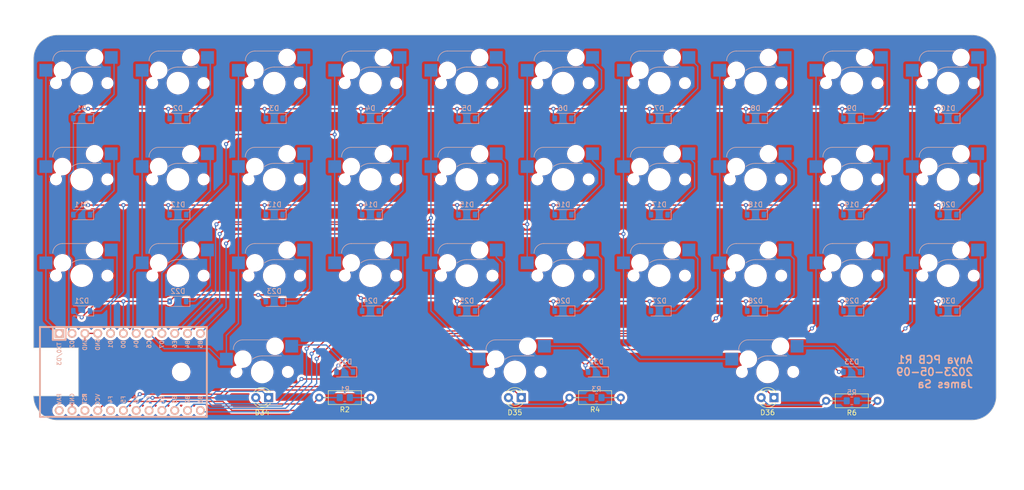
<source format=kicad_pcb>
(kicad_pcb (version 20221018) (generator pcbnew)
  (layers (0 "F.Cu" signal) (31 "B.Cu" signal) (34 "B.Paste" user) (35 "F.Paste" user) (36 "B.SilkS" user "B.Silkscreen") (37 "F.SilkS" user "F.Silkscreen") (38 "B.Mask" user) (39 "F.Mask" user) (44 "Edge.Cuts" user))
  (net 0 "")
  (net 1 "Net-(D1-K)")
  (net 2 "Row 1")
  (net 3 "Net-(D2-K)")
  (net 4 "Net-(D3-K)")
  (net 5 "Net-(D4-K)")
  (net 6 "Row 2")
  (net 7 "Net-(D5-K)")
  (net 8 "Net-(D6-K)")
  (net 9 "Col 1")
  (net 10 "Col 2")
  (net 11 "Col 3")
  (net 12 "Net-(D7-K)")
  (net 13 "Net-(D8-K)")
  (net 14 "Net-(D9-K)")
  (net 15 "Net-(D10-K)")
  (net 16 "Net-(D11-K)")
  (net 17 "Net-(D12-K)")
  (net 18 "Net-(D13-K)")
  (net 19 "Net-(D14-K)")
  (net 20 "Net-(D15-K)")
  (net 21 "Net-(D16-K)")
  (net 22 "Net-(D17-K)")
  (net 23 "Net-(D18-K)")
  (net 24 "Net-(D19-K)")
  (net 25 "Net-(D20-K)")
  (net 26 "Net-(D21-K)")
  (net 27 "Net-(D22-K)")
  (net 28 "Net-(D23-K)")
  (net 29 "Net-(D24-K)")
  (net 30 "Net-(D25-K)")
  (net 31 "Net-(D26-K)")
  (net 32 "Net-(D27-K)")
  (net 33 "Net-(D28-K)")
  (net 34 "Net-(D29-K)")
  (net 35 "Net-(D30-K)")
  (net 36 "Net-(D31-K)")
  (net 37 "Row 3")
  (net 38 "Net-(D32-K)")
  (net 39 "Net-(D33-K)")
  (net 40 "Net-(D34-A)")
  (net 41 "Row 4")
  (net 42 "VCC")
  (net 43 "Net-(D35-A)")
  (net 44 "Net-(D36-A)")
  (net 45 "GND")
  (net 47 "Left")
  (net 48 "Middle")
  (net 50 "Right")
  (net 51 "Col 4")
  (net 52 "Col 5")
  (net 53 "Col 6")
  (net 54 "Col 7")
  (net 55 "Col 8")
  (net 56 "Col 9")
  (net 57 "Col 10")
  (footprint "Keyboard_JSA:MX_Hotswap" (layer "F.Cu") (at 215.9 82.55)
    (fp_text reference "SW29" hide)
    (fp_text value "SW_Push" hide)
  )
  (footprint "LED_THT:LED_D3.0mm" (layer "F.Cu") (at 100.48875 106.68 180)
    (fp_text reference "D34")
    (fp_text value "LED")
  )
  (footprint "Keyboard_JSA:MX_Hotswap" (layer "F.Cu") (at 101.6 63.5)
    (fp_text reference "SW13" hide)
    (fp_text value "SW_Push" hide)
  )
  (footprint "Keyboard_JSA:MX_Hotswap" (layer "F.Cu") (at 177.8 82.55)
    (fp_text reference "SW27" hide)
    (fp_text value "SW_Push" hide)
  )
  (footprint "Keyboard_JSA:MX_Hotswap" (layer "F.Cu") (at 120.65 82.55)
    (fp_text reference "SW24" hide)
    (fp_text value "SW_Push" hide)
  )
  (footprint "Resistor_THT:R_Axial_DIN0207_L6.3mm_D2.5mm_P10.16mm_Horizontal" (layer "F.Cu") (at 120.65 106.68 180)
    (fp_text reference "R2")
    (fp_text value "R")
  )
  (footprint "Resistor_THT:R_Axial_DIN0207_L6.3mm_D2.5mm_P10.16mm_Horizontal" (layer "F.Cu") (at 170.18 106.68 180)
    (fp_text reference "R4")
    (fp_text value "R")
  )
  (footprint "Keyboard_JSA:MX_Hotswap" (layer "F.Cu") (at 196.85 44.45)
    (fp_text reference "SW8" hide)
    (fp_text value "SW_Push" hide)
  )
  (footprint "Keyboard_JSA:MX_Hotswap" (layer "F.Cu") (at 139.7 63.5)
    (fp_text reference "SW15" hide)
    (fp_text value "SW_Push" hide)
  )
  (footprint "Resistor_THT:R_Axial_DIN0207_L6.3mm_D2.5mm_P10.16mm_Horizontal" (layer "F.Cu") (at 220.98 107.315 180)
    (fp_text reference "R6")
    (fp_text value "R")
  )
  (footprint "Keyboard_JSA:MX_Hotswap" (layer "F.Cu") (at 63.5 44.45)
    (fp_text reference "SW1" hide)
    (fp_text value "SW_Push" hide)
  )
  (footprint "Keyboard_JSA:MX_Hotswap" (layer "F.Cu") (at 158.75 44.45)
    (fp_text reference "SW6" hide)
    (fp_text value "SW_Push" hide)
  )
  (footprint "Keyboard_JSA:MX_Hotswap" (layer "F.Cu") (at 82.55 44.45)
    (fp_text reference "SW2" hide)
    (fp_text value "SW_Push" hide)
  )
  (footprint "Keyboard_JSA:MX_Hotswap" (layer "F.Cu") (at 177.8 44.45)
    (fp_text reference "SW7" hide)
    (fp_text value "SW_Push" hide)
  )
  (footprint "Keyboard_JSA:MX_Hotswap" (layer "F.Cu") (at 158.75 82.55)
    (fp_text reference "SW26" hide)
    (fp_text value "SW_Push" hide)
  )
  (footprint "Keyboard_JSA:MX_Hotswap" (layer "F.Cu") (at 101.6 44.45)
    (fp_text reference "SW3" hide)
    (fp_text value "SW_Push" hide)
  )
  (footprint "Keyboard_JSA:MX_Hotswap" (layer "F.Cu") (at 63.5 82.55)
    (fp_text reference "SW21" hide)
    (fp_text value "SW_Push" hide)
  )
  (footprint "LED_THT:LED_D3.0mm" (layer "F.Cu") (at 150.495 106.68 180)
    (fp_text reference "D35")
    (fp_text value "LED")
  )
  (footprint "LED_THT:LED_D3.0mm" (layer "F.Cu") (at 200.50125 106.68 180)
    (fp_text reference "D36")
    (fp_text value "LED")
  )
  (footprint "Keyboard_JSA:MX_Hotswap" (layer "F.Cu") (at 82.55 63.5)
    (fp_text reference "SW12" hide)
    (fp_text value "SW_Push" hide)
  )
  (footprint "MountingHole:MountingHole_3.2mm_M3" (layer "F.Cu") (at 83.185 101.6)
    (fp_text reference "REF**" hide)
    (fp_text value "MountingHole_3.2mm_M3" hide)
  )
  (footprint "Keyboard_JSA:MX_Hotswap" (layer "F.Cu") (at 99.21875 101.6)
    (fp_text reference "SW31" hide)
    (fp_text value "SW_Push" hide)
  )
  (footprint "Keyboard_JSA:MX_Hotswap" (layer "F.Cu") (at 101.6 82.55)
    (fp_text reference "SW23" hide)
    (fp_text value "SW_Push" hide)
  )
  (footprint "Keyboard_JSA:MX_Hotswap" (layer "F.Cu") (at 234.95 44.45)
    (fp_text reference "SW10" hide)
    (fp_text value "SW_Push" hide)
  )
  (footprint "Keyboard_JSA:MX_Hotswap" (layer "F.Cu") (at 177.8 63.5)
    (fp_text reference "SW17" hide)
    (fp_text value "SW_Push" hide)
  )
  (footprint "Keyboard_JSA:MX_Hotswap" (layer "F.Cu") (at 120.65 44.45)
    (fp_text reference "SW4" hide)
    (fp_text value "SW_Push" hide)
  )
  (footprint "Keyboard_JSA:MX_Hotswap" (layer "F.Cu") (at 120.65 63.5)
    (fp_text reference "SW14" hide)
    (fp_text value "SW_Push" hide)
  )
  (footprint "Keyboard_JSA:MX_Hotswap" (layer "F.Cu") (at 234.95 63.5)
    (fp_text reference "SW20" hide)
    (fp_text value "SW_Push" hide)
  )
  (footprint "Keyboard_JSA:MX_Hotswap" (layer "F.Cu") (at 215.9 44.45)
    (fp_text reference "SW9" hide)
    (fp_text value "SW_Push" hide)
  )
  (footprint "Keyboard_JSA:MX_Hotswap" (layer "F.Cu") (at 234.95 82.55)
    (fp_text reference "SW30" hide)
    (fp_text value "SW_Push" hide)
  )
  (footprint "Keyboard_JSA:MX_Hotswap" (layer "F.Cu") (at 199.23125 101.6)
    (fp_text reference "SW33" hide)
    (fp_text value "SW_Push" hide)
  )
  (footprint "Keyboard_JSA:MX_Hotswap" (layer "F.Cu") (at 139.7 82.55)
    (fp_text reference "SW25" hide)
    (fp_text value "SW_Push" hide)
  )
  (footprint "Keyboard_JSA:MX_Hotswap" (layer "F.Cu") (at 139.7 44.45)
    (fp_text reference "SW5" hide)
    (fp_text value "SW_Push" hide)
  )
  (footprint "Keyboard_JSA:MX_Hotswap" (layer "F.Cu") (at 215.9 63.5)
    (fp_text reference "SW19" hide)
    (fp_text value "SW_Push" hide)
  )
  (footprint "Keyboard_JSA:MX_Hotswap" (layer "F.Cu") (at 63.5 63.5)
    (fp_text reference "SW11" hide)
    (fp_text value "SW_Push" hide)
  )
  (footprint "Keyboard_JSA:MX_Hotswap" (layer "F.Cu") (at 149.225 101.6)
    (fp_text reference "SW32" hide)
    (fp_text value "SW_Push" hide)
  )
  (footprint "Keyboard_JSA:MX_Hotswap" (layer "F.Cu") (at 196.85 82.55)
    (fp_text reference "SW28" hide)
    (fp_text value "SW_Push" hide)
  )
  (footprint "Keyboard_JSA:MX_Hotswap" (layer "F.Cu") (at 158.75 63.5)
    (fp_text reference "SW16" hide)
    (fp_text value "SW_Push" hide)
  )
  (footprint "Keyboard_JSA:MX_Hotswap" (layer "F.Cu") (at 196.85 63.5)
    (fp_text reference "SW18" hide)
    (fp_text value "SW_Push" hide)
  )
  (footprint "Keyboard_JSA:MX_Hotswap" (layer "F.Cu") (at 82.55 82.55)
    (fp_text reference "SW22" hide)
    (fp_text value "SW_Push" hide)
  )
  (footprint "Diode_SMD:D_SOD-123" (layer "B.Cu") (at 234.95 70.485 180)
    (fp_text reference "D20")
    (fp_text value "1N4448W")
  )
  (footprint "Diode_SMD:D_SOD-123" (layer "B.Cu") (at 82.55 70.485 180)
    (fp_text reference "D12")
    (fp_text value "1N4448W")
  )
  (footprint "Diode_SMD:D_SOD-123" (layer "B.Cu") (at 177.8 51.435 180)
    (fp_text reference "D7")
    (fp_text value "1N4448W")
  )
  (footprint "Keyboard_JSA:ArduinoProMicro" (layer "B.Cu") (at 73.025 101.6)
    (fp_text reference "U1" hide)
    (fp_text value "ProMicro" hide)
  )
  (footprint "Diode_SMD:D_SOD-123" (layer "B.Cu") (at 120.65 70.485 180)
    (fp_text reference "D14")
    (fp_text value "1N4448W")
  )
  (footprint "Diode_SMD:D_SOD-123" (layer "B.Cu") (at 234.95 89.535 180)
    (fp_text reference "D30")
    (fp_text value "1N4448W")
  )
  (footprint "Diode_SMD:D_SOD-123" (layer "B.Cu") (at 101.6 87.63 180)
    (fp_text reference "D23")
    (fp_text value "1N4448W")
  )
  (footprint "Diode_SMD:D_SOD-123" (layer "B.Cu") (at 101.6 70.485 180)
    (fp_text reference "D13")
    (fp_text value "1N4448W")
  )
  (footprint "Diode_SMD:D_SOD-123" (layer "B.Cu") (at 165.37 101.6 180)
    (fp_text reference "D32")
    (fp_text value "1N4448W")
  )
  (footprint "Diode_SMD:D_SOD-123" (layer "B.Cu") (at 234.95 51.435 180)
    (fp_text reference "D10")
    (fp_text value "1N4448W")
  )
  (footprint "Diode_SMD:D_SOD-123" (layer "B.Cu") (at 215.9 70.485 180)
    (fp_text reference "D19")
    (fp_text value "1N4448W")
  )
  (footprint "Resistor_SMD:R_0805_2012Metric_Pad1.20x1.40mm_HandSolder" (layer "B.Cu") (at 215.9 107.315 180)
    (fp_text reference "R5")
    (fp_text value "R")
  )
  (footprint "Diode_SMD:D_SOD-123" (layer "B.Cu") (at 215.9 51.435 180)
    (fp_text reference "D9")
    (fp_text value "1N4448W")
  )
  (footprint "Diode_SMD:D_SOD-123" (layer "B.Cu") (at 196.85 89.535 180)
    (fp_text reference "D28")
    (fp_text value "1N4448W")
  )
  (footprint "Diode_SMD:D_SOD-123" (layer "B.Cu") (at 215.9 101.6 180)
    (fp_text reference "D33")
    (fp_text value "1N4448W")
  )
  (footprint "Diode_SMD:D_SOD-123" (layer "B.Cu") (at 158.75 51.435 180)
    (fp_text reference "D6")
    (fp_text value "1N4448W")
  )
  (footprint "Diode_SMD:D_SOD-123" (layer "B.Cu") (at 139.7 51.435 180)
    (fp_text reference "D5")
    (fp_text value "1N4448W")
  )
  (footprint "Diode_SMD:D_SOD-123" (layer "B.Cu") (at 158.75 70.485 180)
    (fp_text reference "D16")
    (fp_text value "1N4448W")
  )
  (footprint "Diode_SMD:D_SOD-123" (layer "B.Cu") (at 63.5 70.485 180)
    (fp_text reference "D11")
    (fp_text value "1N4448W")
  )
  (footprint "Diode_SMD:D_SOD-123" (layer "B.Cu") (at 120.65 51.435 180)
    (fp_text reference "D4")
    (fp_text value "1N4448W")
  )
  (footprint "Resistor_SMD:R_0805_2012Metric_Pad1.20x1.40mm_HandSolder" (layer "B.Cu") (at 115.57 106.68 180)
    (fp_text reference "R1")
    (fp_text value "R")
  )
  (footprint "Diode_SMD:D_SOD-123" (layer "B.Cu") (at 139.7 70.485 180)
    (fp_text reference "D15")
    (fp_text value "1N4448W")
  )
  (footprint "Diode_SMD:D_SOD-123" (layer "B.Cu") (at 215.9 89.535 180)
    (fp_text reference "D29")
    (fp_text value "1N4448W")
  )
  (footprint "Diode_SMD:D_SOD-123" (layer "B.Cu") (at 158.75 89.535 180)
    (fp_text reference "D26")
    (fp_text value "1N4448W")
  )
  (footprint "Diode_SMD:D_SOD-123" (layer "B.Cu") (at 115.57 101.6 180)
    (fp_text reference "D31")
    (fp_text value "1N4448W")
  )
  (footprint "Diode_SMD:D_SOD-123" (layer "B.Cu") (at 139.7 89.535 180)
    (fp_text reference "D25")
    (fp_text value "1N4448W")
  )
  (footprint "Diode_SMD:D_SOD-123" (layer "B.Cu") (at 63.5 51.435 180)
    (fp_text reference "D1")
    (fp_text value "1N4448W")
  )
  (footprint "Diode_SMD:D_SOD-123" (layer "B.Cu") (at 101.6 51.435 180)
    (fp_text reference "D3")
    (fp_text value "1N4448W")
  )
  (footprint "Diode_SMD:D_SOD-123" (layer "B.Cu") (at 196.85 51.435 180)
    (fp_text reference "D8")
    (fp_text value "1N4448W")
  )
  (footprint "Diode_SMD:D_SOD-123" (layer "B.Cu") (at 177.8 89.535 180)
    (fp_text reference "D27")
    (fp_text value "1N4448W")
  )
  (footprint "Diode_SMD:D_SOD-123" (layer "B.Cu") (at 82.55 51.435 180)
    (fp_text reference "D2")
    (fp_text value "1N4448W")
  )
  (footprint "Diode_SMD:D_SOD-123" (layer "B.Cu") (at 120.65 89.535 180)
    (fp_text reference "D24")
    (fp_text value "1N4448W")
  )
  (footprint "Diode_SMD:D_SOD-123" (layer "B.Cu") (at 82.55 87.63 180)
    (fp_text reference "D22")
    (fp_text value "1N4448W")
  )
  (footprint "Diode_SMD:D_SOD-123" (layer "B.Cu") (at 63.5 89.535 180)
    (fp_text reference "D21")
    (fp_text value "1N4448W")
  )
  (footprint "Diode_SMD:D_SOD-123" (layer "B.Cu") (at 196.85 70.485 180)
    (fp_text reference "D18")
    (fp_text value "1N4448W")
  )
  (footprint "Diode_SMD:D_SOD-123" (layer "B.Cu") (at 177.8 70.485 180)
    (fp_text reference "D17")
    (fp_text value "1N4448W")
  )
  (footprint "Resistor_SMD:R_0805_2012Metric_Pad1.20x1.40mm_HandSolder" (layer "B.Cu") (at 165.37 106.68 180)
    (fp_text reference "R3")
    (fp_text value "R")
  )
  (gr_line (start 53.975 39.6875) (end 53.975 96.8375) (stroke (width 0.1)) (layer "Edge.Cuts"))
  (gr_line (start 62.865 106.3625) (end 53.964429 106.3625) (stroke (width 0.1)) (layer "Edge.Cuts"))
  (gr_arc (start 58.42 111.124999) (mid 55.251983 109.623386) (end 53.964429 106.3625) (stroke (width 0.1)) (layer "Edge.Cuts"))
  (gr_arc (start 244.475 106.3625) (mid 243.080096 109.730096) (end 239.7125 111.125) (stroke (width 0.1)) (layer "Edge.Cuts"))
  (gr_arc (start 53.975 39.6875) (mid 55.369904 36.319904) (end 58.7375 34.925) (stroke (width 0.1)) (layer "Edge.Cuts"))
  (gr_line (start 53.975 96.8375) (end 62.865 96.8375) (stroke (width 0.1)) (layer "Edge.Cuts"))
  (gr_line (start 58.42 111.124999) (end 239.7125 111.125) (stroke (width 0.1)) (layer "Edge.Cuts"))
  (gr_arc (start 239.7125 34.925) (mid 243.080096 36.319904) (end 244.475 39.6875) (stroke (width 0.1)) (layer "Edge.Cuts"))
  (gr_line (start 244.475 106.3625) (end 244.475 39.6875) (stroke (width 0.1)) (layer "Edge.Cuts"))
  (gr_line (start 62.865 96.8375) (end 62.865 106.3625) (stroke (width 0.1)) (layer "Edge.Cuts"))
  (gr_line (start 239.7125 34.925) (end 58.7375 34.925) (stroke (width 0.1)) (layer "Edge.Cuts"))
  (gr_text "Anya PCB R1\n2023-05-09\nJames Sa" (at 240.03 101.6) (layer "B.SilkS") (effects (font (size 1.5 1.5) (thickness 0.3) bold) (justify left mirror)))
  (segment (start 69.905 46.68) (end 65.15 51.435) (width 0.25) (layer "B.Cu") (net 1))
  (segment (start 69.905 39.933) (end 69.905 46.68) (width 0.25) (layer "B.Cu") (net 1))
  (segment (start 137.795 49.53) (end 156.845 49.53) (width 0.25) (layer "F.Cu") (net 2))
  (segment (start 175.895 49.53) (end 194.945 49.53) (width 0.25) (layer "F.Cu") (net 2))
  (segment (start 213.995 49.53) (end 233.045 49.53) (width 0.25) (layer "F.Cu") (net 2))
  (segment (start 194.945 49.53) (end 213.995 49.53) (width 0.25) (layer "F.Cu") (net 2))
  (segment (start 118.745 49.53) (end 137.795 49.53) (width 0.25) (layer "F.Cu") (net 2))
  (segment (start 80.645 49.53) (end 64.77 49.53) (width 0.25) (layer "F.Cu") (net 2))
  (segment (start 99.695 49.53) (end 80.645 49.53) (width 0.25) (layer "F.Cu") (net 2))
  (segment (start 99.695 49.53) (end 118.745 49.53) (width 0.25) (layer "F.Cu") (net 2))
  (segment (start 156.845 49.53) (end 175.895 49.53) (width 0.25) (layer "F.Cu") (net 2))
  (via (at 137.795 49.53) (size 0.8) (drill 0.4) (layers "F.Cu" "B.Cu") (net 2))
  (via (at 118.745 49.53) (size 0.8) (drill 0.4) (layers "F.Cu" "B.Cu") (net 2))
  (via (at 213.995 49.53) (size 0.8) (drill 0.4) (layers "F.Cu" "B.Cu") (net 2))
  (via (at 80.645 49.53) (size 0.8) (drill 0.4) (layers "F.Cu" "B.Cu") (net 2))
  (via (at 194.945 49.53) (size 0.8) (drill 0.4) (layers "F.Cu" "B.Cu") (net 2))
  (via (at 99.695 49.53) (size 0.8) (drill 0.4) (layers "F.Cu" "B.Cu") (net 2))
  (via (at 233.045 49.53) (size 0.8) (drill 0.4) (layers "F.Cu" "B.Cu") (net 2))
  (via (at 175.895 49.53) (size 0.8) (drill 0.4) (layers "F.Cu" "B.Cu") (net 2))
  (via (at 156.845 49.53) (size 0.8) (drill 0.4) (layers "F.Cu" "B.Cu") (net 2))
  (via (at 64.77 49.53) (size 0.8) (drill 0.4) (layers "F.Cu" "B.Cu") (net 2))
  (segment (start 99.695 49.53) (end 99.695 51.69) (width 0.25) (layer "B.Cu") (net 2))
  (segment (start 61.565 79.23335) (end 61.565 80.78665) (width 0.25) (layer "B.Cu") (net 2))
  (segment (start 63.5 49.53) (end 61.85 51.18) (width 0.25) (layer "B.Cu") (net 2))
  (segment (start 213.995 49.53) (end 213.995 51.18) (width 0.25) (layer "B.Cu") (net 2))
  (segment (start 194.945 49.53) (end 194.945 51.18) (width 0.25) (layer "B.Cu") (net 2))
  (segment (start 233.045 49.53) (end 233.045 51.18) (width 0.25) (layer "B.Cu") (net 2))
  (segment (start 156.845 49.53) (end 156.845 51.18) (width 0.25) (layer "B.Cu") (net 2))
  (segment (start 64.77 49.53) (end 63.5 49.53) (width 0.25) (layer "B.Cu") (net 2))
  (segment (start 61.565 80.78665) (end 60.96 81.39165) (width 0.25) (layer "B.Cu") (net 2))
  (segment (start 137.795 49.53) (end 137.795 51.18) (width 0.25) (layer "B.Cu") (net 2))
  (segment (start 61.85 61.791243) (end 60.96 62.681243) (width 0.25) (layer "B.Cu") (net 2))
  (segment (start 60.96 93.345) (end 61.595 93.98) (width 0.25) (layer "B.Cu") (net 2))
  (segment (start 60.96 78.62835) (end 61.565 79.23335) (width 0.25) (layer "B.Cu") (net 2))
  (segment (start 61.85 51.435) (end 61.85 61.791243) (width 0.25) (layer "B.Cu") (net 2))
  (segment (start 60.96 62.681243) (end 60.96 78.62835) (width 0.25) (layer "B.Cu") (net 2))
  (segment (start 80.645 49.53) (end 80.645 51.69) (width 0.25) (layer "B.Cu") (net 2))
  (segment (start 60.96 81.39165) (end 60.96 93.345) (width 0.25) (layer "B.Cu") (net 2))
  (segment (start 175.895 49.53) (end 175.895 51.18) (width 0.25) (layer "B.Cu") (net 2))
  (segment (start 118.745 49.53) (end 118.745 51.18) (width 0.25) (layer "B.Cu") (net 2))
  (segment (start 88.955 39.933) (end 88.955 46.68) (width 0.25) (layer "B.Cu") (net 3))
  (segment (start 88.955 46.68) (end 84.2 51.435) (width 0.25) (layer "B.Cu") (net 3))
  (segment (start 108.005 39.933) (end 108.005 46.68) (width 0.25) (layer "B.Cu") (net 4))
  (segment (start 108.005 46.68) (end 103.25 51.435) (width 0.25) (layer "B.Cu") (net 4))
  (segment (start 127.055 39.933) (end 127.055 46.68) (width 0.25) (layer "B.Cu") (net 5))
  (segment (start 127.055 46.68) (end 122.3 51.435) (width 0.25) (layer "B.Cu") (net 5))
  (segment (start 156.845 68.58) (end 175.895 68.58) (width 0.25) (layer "F.Cu") (net 6))
  (segment (start 175.895 68.58) (end 194.945 68.58) (width 0.25) (layer "F.Cu") (net 6))
  (segment (start 99.695 68.58) (end 118.745 68.58) (width 0.25) (layer "F.Cu") (net 6))
  (segment (start 99.695 68.58) (end 80.645 68.58) (width 0.25) (layer "F.Cu") (net 6))
  (segment (start 118.745 68.58) (end 137.795 68.58) (width 0.25) (layer "F.Cu") (net 6))
  (segment (start 80.645 68.58) (end 64.77 68.58) (width 0.25) (layer "F.Cu") (net 6))
  (segment (start 213.995 68.58) (end 233.045 68.58) (width 0.25) (layer "F.Cu") (net 6))
  (segment (start 194.945 68.58) (end 213.995 68.58) (width 0.25) (layer "F.Cu") (net 6))
  (segment (start 137.795 68.58) (end 156.845 68.58) (width 0.25) (layer "F.Cu") (net 6))
  (via (at 175.895 68.58) (size 0.8) (drill 0.4) (layers "F.Cu" "B.Cu") (net 6))
  (via (at 71.755 68.58) (size 0.8) (drill 0.4) (layers "F.Cu" "B.Cu") (net 6))
  (via (at 64.77 68.58) (size 0.8) (drill 0.4) (layers "F.Cu" "B.Cu") (net 6))
  (via (at 213.995 68.58) (size 0.8) (drill 0.4) (layers "F.Cu" "B.Cu") (net 6))
  (via (at 137.795 68.58) (size 0.8) (drill 0.4) (layers "F.Cu" "B.Cu") (net 6))
  (via (at 80.645 68.58) (size 0.8) (drill 0.4) (layers "F.Cu" "B.Cu") (net 6))
  (via (at 118.745 68.58) (size 0.8) (drill 0.4) (layers "F.Cu" "B.Cu") (net 6))
  (via (at 233.045 68.58) (size 0.8) (drill 0.4) (layers "F.Cu" "B.Cu") (net 6))
  (via (at 194.945 68.58) (size 0.8) (drill 0.4) (layers "F.Cu" "B.Cu") (net 6))
  (via (at 99.695 68.58) (size 0.8) (drill 0.4) (layers "F.Cu" "B.Cu") (net 6))
  (via (at 156.845 68.58) (size 0.8) (drill 0.4) (layers "F.Cu" "B.Cu") (net 6))
  (segment (start 175.895 68.58) (end 175.895 70.23) (width 0.25) (layer "B.Cu") (net 6))
  (segment (start 233.3 68.835) (end 233.045 68.58) (width 0.25) (layer "B.Cu") (net 6))
  (segment (start 99.695 68.58) (end 99.695 70.23) (width 0.25) (layer "B.Cu") (net 6))
  (segment (start 233.3 70.485) (end 233.3 68.835) (width 0.25) (layer "B.Cu") (net 6))
  (segment (start 63.755 68.58) (end 61.85 70.485) (width 0.25) (layer "B.Cu") (net 6))
  (segment (start 118.745 68.58) (end 118.745 70.23) (width 0.25) (layer "B.Cu") (net 6))
  (segment (start 137.795 68.58) (end 137.795 70.23) (width 0.25) (layer "B.Cu") (net 6))
  (segment (start 194.945 68.58) (end 194.945 70.23) (width 0.25) (layer "B.Cu") (net 6))
  (segment (start 64.77 68.58) (end 63.755 68.58) (width 0.25) (layer "B.Cu") (net 6))
  (segment (start 71.755 85.726396) (end 69.215 88.266396) (width 0.25) (layer "B.Cu") (net 6))
  (segment (start 156.845 68.58) (end 156.845 70.23) (width 0.25) (layer "B.Cu") (net 6))
  (segment (start 69.215 88.266396) (end 69.215 93.98) (width 0.25) (layer "B.Cu") (net 6))
  (segment (start 213.995 68.58) (end 213.995 70.23) (width 0.25) (layer "B.Cu") (net 6))
  (segment (start 71.755 68.58) (end 71.755 85.726396) (width 0.25) (layer "B.Cu") (net 6))
  (segment (start 80.645 68.58) (end 80.645 70.23) (width 0.25) (layer "B.Cu") (net 6))
  (segment (start 147.32 45.465) (end 141.35 51.435) (width 0.25) (layer "B.Cu") (net 7))
  (segment (start 145.542 39.37) (end 147.32 41.148) (width 0.25) (layer "B.Cu") (net 7))
  (segment (start 147.32 41.148) (end 147.32 45.465) (width 0.25) (layer "B.Cu") (net 7))
  (segment (start 166.37 45.465) (end 160.4 51.435) (width 0.25) (layer "B.Cu") (net 8))
  (segment (start 164.592 40.132) (end 166.37 41.91) (width 0.25) (layer "B.Cu") (net 8))
  (segment (start 166.37 41.91) (end 166.37 45.465) (width 0.25) (layer "B.Cu") (net 8))
  (segment (start 56.415 80.01) (end 56.415 91.34) (width 0.25) (layer "B.Cu") (net 9))
  (segment (start 56.415 60.96) (end 56.415 80.01) (width 0.25) (layer "B.Cu") (net 9))
  (segment (start 56.415 91.34) (end 59.055 93.98) (width 0.25) (layer "B.Cu") (net 9))
  (segment (start 56.415 41.91) (end 56.415 60.96) (width 0.25) (layer "B.Cu") (net 9))
  (segment (start 73.66 93.345) (end 74.295 93.98) (width 0.25) (layer "B.Cu") (net 10))
  (segment (start 75.465 60.96) (end 75.465 41.91) (width 0.25) (layer "B.Cu") (net 10))
  (segment (start 75.465 80.01) (end 73.66 81.815) (width 0.25) (layer "B.Cu") (net 10))
  (segment (start 73.66 81.815) (end 73.66 93.345) (width 0.25) (layer "B.Cu") (net 10))
  (segment (start 75.465 80.01) (end 75.465 60.96) (width 0.25) (layer "B.Cu") (net 10))
  (segment (start 92.13375 99.06) (end 92.13375 94.36625) (width 0.25) (layer "B.Cu") (net 11))
  (segment (start 88.80375 97) (end 79.855 97) (width 0.25) (layer "B.Cu") (net 11))
  (segment (start 79.855 97) (end 76.835 93.98) (width 0.25) (layer "B.Cu") (net 11))
  (segment (start 92.13375 94.36625) (end 94.515 91.985) (width 0.25) (layer "B.Cu") (net 11))
  (segment (start 91.49875 99.695) (end 88.80375 97) (width 0.25) (layer "B.Cu") (net 11))
  (segment (start 94.515 60.96) (end 94.515 41.91) (width 0.25) (layer "B.Cu") (net 11))
  (segment (start 94.515 91.985) (end 94.515 80.01) (width 0.25) (layer "B.Cu") (net 11))
  (segment (start 94.515 80.01) (end 94.515 60.96) (width 0.25) (layer "B.Cu") (net 11))
  (segment (start 185.42 45.465) (end 179.45 51.435) (width 0.25) (layer "B.Cu") (net 12))
  (segment (start 183.642 39.37) (end 185.42 41.148) (width 0.25) (layer "B.Cu") (net 12))
  (segment (start 185.42 41.148) (end 185.42 45.465) (width 0.25) (layer "B.Cu") (net 12))
  (segment (start 202.692 39.37) (end 203.835 40.513) (width 0.25) (layer "B.Cu") (net 13))
  (segment (start 203.835 46.355) (end 198.755 51.435) (width 0.25) (layer "B.Cu") (net 13))
  (segment (start 203.835 40.513) (end 203.835 46.355) (width 0.25) (layer "B.Cu") (net 13))
  (segment (start 222.885 48.895) (end 220.345 51.435) (width 0.25) (layer "B.Cu") (net 14))
  (segment (start 222.885 40.513) (end 222.885 48.895) (width 0.25) (layer "B.Cu") (net 14))
  (segment (start 220.345 51.435) (end 217.55 51.435) (width 0.25) (layer "B.Cu") (net 14))
  (segment (start 221.742 39.37) (end 222.885 40.513) (width 0.25) (layer "B.Cu") (net 14))
  (segment (start 241.355 46.68) (end 236.6 51.435) (width 0.25) (layer "B.Cu") (net 15))
  (segment (start 241.355 39.933) (end 241.355 46.68) (width 0.25) (layer "B.Cu") (net 15))
  (segment (start 69.905 65.73) (end 65.15 70.485) (width 0.25) (layer "B.Cu") (net 16))
  (segment (start 69.905 58.983) (end 69.905 65.73) (width 0.25) (layer "B.Cu") (net 16))
  (segment (start 88.955 65.73) (end 84.2 70.485) (width 0.25) (layer "B.Cu") (net 17))
  (segment (start 88.955 58.983) (end 88.955 65.73) (width 0.25) (layer "B.Cu") (net 17))
  (segment (start 108.005 58.983) (end 108.005 65.73) (width 0.25) (layer "B.Cu") (net 18))
  (segment (start 108.005 65.73) (end 103.25 70.485) (width 0.25) (layer "B.Cu") (net 18))
  (segment (start 127.055 59.11) (end 127.055 65.73) (width 0.25) (layer "B.Cu") (net 19))
  (segment (start 127.055 65.73) (end 122.3 70.485) (width 0.25) (layer "B.Cu") (net 19))
  (segment (start 147.32 64.515) (end 141.35 70.485) (width 0.25) (layer "B.Cu") (net 20))
  (segment (start 145.542 58.42) (end 147.32 60.198) (width 0.25) (layer "B.Cu") (net 20))
  (segment (start 147.32 60.198) (end 147.32 64.515) (width 0.25) (layer "B.Cu") (net 20))
  (segment (start 164.592 58.42) (end 164.592 59.817) (width 0.25) (layer "B.Cu") (net 21))
  (segment (start 166.37 61.595) (end 166.37 64.515) (width 0.25) (layer "B.Cu") (net 21))
  (segment (start 166.37 64.515) (end 160.4 70.485) (width 0.25) (layer "B.Cu") (net 21))
  (segment (start 164.592 59.817) (end 166.37 61.595) (width 0.25) (layer "B.Cu") (net 21))
  (segment (start 183.642 59.182) (end 184.785 60.325) (width 0.25) (layer "B.Cu") (net 22))
  (segment (start 184.785 60.325) (end 184.785 65.15) (width 0.25) (layer "B.Cu") (net 22))
  (segment (start 184.785 65.15) (end 179.45 70.485) (width 0.25) (layer "B.Cu") (net 22))
  (segment (start 204.47 61.595) (end 204.47 64.515) (width 0.25) (layer "B.Cu") (net 23))
  (segment (start 202.692 59.817) (end 204.47 61.595) (width 0.25) (layer "B.Cu") (net 23))
  (segment (start 204.47 64.515) (end 198.5 70.485) (width 0.25) (layer "B.Cu") (net 23))
  (segment (start 202.692 58.42) (end 202.692 59.817) (width 0.25) (layer "B.Cu") (net 23))
  (segment (start 222.305 58.983) (end 222.305 65.73) (width 0.25) (layer "B.Cu") (net 24))
  (segment (start 222.305 65.73) (end 217.55 70.485) (width 0.25) (layer "B.Cu") (net 24))
  (segment (start 241.355 58.983) (end 241.355 65.73) (width 0.25) (layer "B.Cu") (net 25))
  (segment (start 241.355 65.73) (end 236.6 70.485) (width 0.25) (layer "B.Cu") (net 25))
  (segment (start 70.485 86.36) (end 70.485 78.613) (width 0.25) (layer "B.Cu") (net 26))
  (segment (start 67.31 89.535) (end 70.485 86.36) (width 0.25) (layer "B.Cu") (net 26))
  (segment (start 70.485 78.613) (end 69.342 77.47) (width 0.25) (layer "B.Cu") (net 26))
  (segment (start 65.15 89.535) (end 67.31 89.535) (width 0.25) (layer "B.Cu") (net 26))
  (segment (start 88.9 84.58) (end 88.9 84.455) (width 0.25) (layer "B.Cu") (net 27))
  (segment (start 88.9 84.455) (end 88.955 84.4) (width 0.25) (layer "B.Cu") (net 27))
  (segment (start 85.85 87.63) (end 88.9 84.58) (width 0.25) (layer "B.Cu") (net 27))
  (segment (start 88.955 84.4) (end 88.955 78.033) (width 0.25) (layer "B.Cu") (net 27))
  (segment (start 84.2 87.63) (end 85.85 87.63) (width 0.25) (layer "B.Cu") (net 27))
  (segment (start 108.585 78.613) (end 107.442 77.47) (width 0.25) (layer "B.Cu") (net 28))
  (segment (start 103.25 87.63) (end 106.045 87.63) (width 0.25) (layer "B.Cu") (net 28))
  (segment (start 108.585 85.09) (end 108.585 78.613) (width 0.25) (layer "B.Cu") (net 28))
  (segment (start 106.045 87.63) (end 108.585 85.09) (width 0.25) (layer "B.Cu") (net 28))
  (segment (start 127.055 84.78) (end 122.3 89.535) (width 0.25) (layer "B.Cu") (net 29))
  (segment (start 127.055 78.033) (end 127.055 84.78) (width 0.25) (layer "B.Cu") (net 29))
  (segment (start 146.685 80.01) (end 146.685 84.2) (width 0.25) (layer "B.Cu") (net 30))
  (segment (start 146.685 84.2) (end 141.35 89.535) (width 0.25) (layer "B.Cu") (net 30))
  (segment (start 145.542 77.47) (end 145.542 78.867) (width 0.25) (layer "B.Cu") (net 30))
  (segment (start 145.542 78.867) (end 146.685 80.01) (width 0.25) (layer "B.Cu") (net 30))
  (segment (start 166.37 85.09) (end 161.925 89.535) (width 0.25) (layer "B.Cu") (net 31))
  (segment (start 166.37 79.248) (end 166.37 85.09) (width 0.25) (layer "B.Cu") (net 31))
  (segment (start 161.925 89.535) (end 160.4 89.535) (width 0.25) (layer "B.Cu") (net 31))
  (segment (start 164.592 77.47) (end 166.37 79.248) (width 0.25) (layer "B.Cu") (net 31))
  (segment (start 183.642 77.47) (end 185.42 79.248) (width 0.25) (layer "B.Cu") (net 32))
  (segment (start 185.42 79.248) (end 185.42 85.09) (width 0.25) (layer "B.Cu") (net 32))
  (segment (start 185.42 85.09) (end 180.975 89.535) (width 0.25) (layer "B.Cu") (net 32))
  (segment (start 180.975 89.535) (end 179.45 89.535) (width 0.25) (layer "B.Cu") (net 32))
  (segment (start 202.692 77.47) (end 204.47 79.248) (width 0.25) (layer "B.Cu") (net 33))
  (segment (start 204.47 79.248) (end 204.47 86.36) (width 0.25) (layer "B.Cu") (net 33))
  (segment (start 201.295 89.535) (end 198.5 89.535) (width 0.25) (layer "B.Cu") (net 33))
  (segment (start 204.47 86.36) (end 201.295 89.535) (width 0.25) (layer "B.Cu") (net 33))
  (segment (start 222.305 78.033) (end 222.305 84.78) (width 0.25) (layer "B.Cu") (net 34))
  (segment (start 222.305 84.78) (end 217.55 89.535) (width 0.25) (layer "B.Cu") (net 34))
  (segment (start 241.355 84.78) (end 236.6 89.535) (width 0.25) (layer "B.Cu") (net 35))
  (segment (start 241.355 78.033) (end 241.355 84.78) (width 0.25) (layer "B.Cu") (net 35))
  (segment (start 117.22 101.6) (end 111.8955 96.2755) (width 0.25) (layer "B.Cu") (net 36))
  (segment (start 111.8955 96.2755) (end 105.30525 96.2755) (width 0.25) (layer "B.Cu") (net 36))
  (segment (start 137.795 87.63) (end 156.845 87.63) (width 0.25) (layer "F.Cu") (net 37))
  (segment (start 118.11 86.36) (end 118.745 86.995) (width 0.25) (layer "F.Cu") (net 37))
  (segment (start 98.425 86.36) (end 118.11 86.36) (width 0.25) (layer "F.Cu") (net 37))
  (segment (start 137.16 86.995) (end 137.795 87.63) (width 0.25) (layer "F.Cu") (net 37))
  (segment (start 175.895 87.63) (end 194.945 87.63) (width 0.25) (layer "F.Cu") (net 37))
  (segment (start 118.745 86.995) (end 137.16 86.995) (width 0.25) (layer "F.Cu") (net 37))
  (segment (start 156.845 87.63) (end 175.895 87.63) (width 0.25) (layer "F.Cu") (net 37))
  (segment (start 63.5 90.805) (end 66.675 87.63) (width 0.25) (layer "F.Cu") (net 37))
  (segment (start 98.425 86.36) (end 82.17 86.36) (width 0.25) (layer "F.Cu") (net 37))
  (segment (start 213.995 87.63) (end 233.045 87.63) (width 0.25) (layer "F.Cu") (net 37))
  (segment (start 82.17 86.36) (end 80.9 87.63) (width 0.25) (layer "F.Cu") (net 37))
  (segment (start 66.675 87.63) (end 80.9 87.63) (width 0.25) (layer "F.Cu") (net 37))
  (segment (start 194.945 87.63) (end 213.995 87.63) (width 0.25) (layer "F.Cu") (net 37))
  (via (at 156.845 87.63) (size 0.8) (drill 0.4) (layers "F.Cu" "B.Cu") (net 37))
  (via (at 80.9 87.63) (size 0.8) (drill 0.4) (layers "F.Cu" "B.Cu") (net 37))
  (via (at 233.045 87.63) (size 0.8) (drill 0.4) (layers "F.Cu" "B.Cu") (net 37))
  (via (at 63.5 90.805) (size 0.8) (drill 0.4) (layers "F.Cu" "B.Cu") (net 37))
  (via (at 98.425 86.36) (size 0.8) (drill 0.4) (layers "F.Cu" "B.Cu") (net 37))
  (via (at 194.945 87.63) (size 0.8) (drill 0.4) (layers "F.Cu" "B.Cu") (net 37))
  (via (at 137.795 87.63) (size 0.8) (drill 0.4) (layers "F.Cu" "B.Cu") (net 37))
  (via (at 71.755 87.63) (size 0.8) (drill 0.4) (layers "F.Cu" "B.Cu") (net 37))
  (via (at 118.745 86.995) (size 0.8) (drill 0.4) (layers "F.Cu" "B.Cu") (net 37))
  (via (at 175.895 87.63) (size 0.8) (drill 0.4) (layers "F.Cu" "B.Cu") (net 37))
  (via (at 213.995 87.63) (size 0.8) (drill 0.4) (layers "F.Cu" "B.Cu") (net 37))
  (segment (start 137.795 87.63) (end 137.795 89.28) (width 0.25) (layer "B.Cu") (net 37))
  (segment (start 63.155 90.46) (end 63.5 90.805) (width 0.25) (layer "B.Cu") (net 37))
  (segment (start 213.995 87.63) (end 213.995 89.28) (width 0.25) (layer "B.Cu") (net 37))
  (segment (start 119 87.25) (end 119 89.535) (width 0.25) (layer "B.Cu") (net 37))
  (segment (start 175.895 87.63) (end 175.895 89.28) (width 0.25) (layer "B.Cu") (net 37))
  (segment (start 156.845 87.63) (end 156.845 89.28) (width 0.25) (layer "B.Cu") (net 37))
  (segment (start 62.775 90.46) (end 61.85 89.535) (width 0.25) (layer "B.Cu") (net 37))
  (segment (start 233.045 87.63) (end 233.045 89.28) (width 0.25) (layer "B.Cu") (net 37))
  (segment (start 118.745 86.995) (end 119 87.25) (width 0.25) (layer "B.Cu") (net 37))
  (segment (start 194.945 87.63) (end 194.945 89.28) (width 0.25) (layer "B.Cu") (net 37))
  (segment (start 98.425 86.36) (end 98.68 86.36) (width 0.25) (layer "B.Cu") (net 37))
  (segment (start 62.775 90.46) (end 63.155 90.46) (width 0.25) (layer "B.Cu") (net 37))
  (segment (start 71.755 87.63) (end 71.755 93.98) (width 0.25) (layer "B.Cu") (net 37))
  (segment (start 98.68 86.36) (end 99.95 87.63) (width 0.25) (layer "B.Cu") (net 37))
  (segment (start 167.02 101.6) (end 161.94 96.52) (width 0.25) (layer "B.Cu") (net 38))
  (segment (start 161.94 96.52) (end 155.067 96.52) (width 0.25) (layer "B.Cu") (net 38))
  (segment (start 217.55 101.6) (end 212.47 96.52) (width 0.25) (layer "B.Cu") (net 39))
  (segment (start 212.47 96.52) (end 205.07325 96.52) (width 0.25) (layer "B.Cu") (net 39))
  (segment (start 109.22 107.95) (end 110.49 106.68) (width 0.25) (layer "F.Cu") (net 40))
  (segment (start 97.94875 106.68) (end 99.21875 107.95) (width 0.25) (layer "F.Cu") (net 40))
  (segment (start 99.21875 107.95) (end 109.22 107.95) (width 0.25) (layer "F.Cu") (net 40))
  (segment (start 114.57 106.68) (end 110.49 106.68) (width 0.25) (layer "B.Cu") (net 40))
  (segment (start 212.035 100.275) (end 213.36 101.6) (width 0.25) (layer "F.Cu") (net 41))
  (segment (start 199.42 97.185) (end 202.51 100.275) (width 0.25) (layer "F.Cu") (net 41))
  (segment (start 202.51 100.275) (end 212.035 100.275) (width 0.25) (layer "F.Cu") (net 41))
  (segment (start 148.731675 97.185) (end 151.241675 99.695) (width 0.25) (layer "F.Cu") (net 41))
  (segment (start 162.56 99.695) (end 163.195 100.33) (width 0.25) (layer "F.Cu") (net 41))
  (segment (start 166.34 97.185) (end 199.42 97.185) (width 0.25) (layer "F.Cu") (net 41))
  (segment (start 117.445 97.185) (end 148.731675 97.185) (width 0.25) (layer "F.Cu") (net 41))
  (segment (start 111.63 103) (end 107 103) (width 0.25) (layer "F.Cu") (net 41))
  (segment (start 163.195 100.33) (end 166.34 97.185) (width 0.25) (layer "F.Cu") (net 41))
  (segment (start 114.3 100.33) (end 117.445 97.185) (width 0.25) (layer "F.Cu") (net 41))
  (segment (start 114.3 100.33) (end 111.63 103) (width 0.25) (layer "F.Cu") (net 41))
  (segment (start 151.241675 99.695) (end 162.56 99.695) (width 0.25) (layer "F.Cu") (net 41))
  (via (at 163.195 100.33) (size 0.8) (drill 0.4) (layers "F.Cu" "B.Cu") (net 41))
  (via (at 114.3 100.33) (size 0.8) (drill 0.4) (layers "F.Cu" "B.Cu") (net 41))
  (via (at 107 103) (size 0.8) (drill 0.4) (layers "F.Cu" "B.Cu") (net 41))
  (via (at 213.36 101.6) (size 0.8) (drill 0.4) (layers "F.Cu" "B.Cu") (net 41))
  (segment (start 89.904501 107.904501) (end 102.120097 107.904501) (width 0.25) (layer "B.Cu") (net 41))
  (segment (start 102.120097 107.904501) (end 107 103.024598) (width 0.25) (layer "B.Cu") (net 41))
  (segment (start 213.36 101.6) (end 214.25 101.6) (width 0.25) (layer "B.Cu") (net 41))
  (segment (start 107 103.024598) (end 107 103) (width 0.25) (layer "B.Cu") (net 41))
  (segment (start 163.195 100.33) (end 163.195 101.075) (width 0.25) (layer "B.Cu") (net 41))
  (segment (start 113.92 101.6) (end 113.92 100.71) (width 0.25) (layer "B.Cu") (net 41))
  (segment (start 113.92 100.71) (end 114.3 100.33) (width 0.25) (layer "B.Cu") (net 41))
  (segment (start 89 107) (end 89.904501 107.904501) (width 0.25) (layer "B.Cu") (net 41))
  (segment (start 79.375 109.22) (end 81.595 107) (width 0.25) (layer "B.Cu") (net 41))
  (segment (start 81.595 107) (end 89 107) (width 0.25) (layer "B.Cu") (net 41))
  (segment (start 163.195 101.075) (end 163.72 101.6) (width 0.25) (layer "B.Cu") (net 41))
  (segment (start 120.65 106.68) (end 120.65 109.22) (width 0.25) (layer "F.Cu") (net 42))
  (segment (start 120.65 109.22) (end 169.545 109.22) (width 0.25) (layer "F.Cu") (net 42))
  (segment (start 170.18 108.585) (end 170.18 107.95) (width 0.25) (layer "F.Cu") (net 42))
  (segment (start 170.18 107.95) (end 170.18 106.68) (width 0.25) (layer "F.Cu") (net 42))
  (segment (start 171.45 109.22) (end 170.18 107.95) (width 0.25) (layer "F.Cu") (net 42))
  (segment (start 68.446 107.449) (end 91.449 107.449) (width 0.25) (layer "F.Cu") (net 42))
  (segment (start 66.675 109.22) (end 68.446 107.449) (width 0.25) (layer "F.Cu") (net 42))
  (segment (start 91.449 107.449) (end 93.22 109.22) (width 0.25) (layer "F.Cu") (net 42))
  (segment (start 219.075 109.22) (end 171.45 109.22) (width 0.25) (layer "F.Cu") (net 42))
  (segment (start 220.98 107.315) (end 219.075 109.22) (width 0.25) (layer "F.Cu") (net 42))
  (segment (start 93.22 109.22) (end 120.65 109.22) (width 0.25) (layer "F.Cu") (net 42))
  (segment (start 169.545 109.22) (end 170.18 108.585) (width 0.25) (layer "F.Cu") (net 42))
  (segment (start 166.37 106.68) (end 170.18 106.68) (width 0.25) (layer "B.Cu") (net 42))
  (segment (start 216.9 107.315) (end 220.98 107.315) (width 0.25) (layer "B.Cu") (net 42))
  (segment (start 120.65 106.68) (end 116.57 106.68) (width 0.25) (layer "B.Cu") (net 42))
  (segment (start 149.275 108) (end 147.955 106.68) (width 0.25) (layer "B.Cu") (net 43))
  (segment (start 160.02 106.68) (end 158.7 108) (width 0.25) (layer "B.Cu") (net 43))
  (segment (start 164.37 106.68) (end 160.02 106.68) (width 0.25) (layer "B.Cu") (net 43))
  (segment (start 158.7 108) (end 149.275 108) (width 0.25) (layer "B.Cu") (net 43))
  (segment (start 214.9 107.315) (end 210.82 107.315) (width 0.25) (layer "B.Cu") (net 44))
  (segment (start 210.82 107.315) (end 210.020001 108.114999) (width 0.25) (layer "B.Cu") (net 44))
  (segment (start 199.396249 108.114999) (end 197.96125 106.68) (width 0.25) (layer "B.Cu") (net 44))
  (segment (start 210.020001 108.114999) (end 199.396249 108.114999) (width 0.25) (layer "B.Cu") (net 44))
  (segment (start 61.595 107.809277) (end 61.595 109.22) (width 0.25) (layer "F.Cu") (net 45))
  (segment (start 66.675 93.98) (end 64.135 93.98) (width 0.25) (layer "F.Cu") (net 45))
  (segment (start 64.135 105.269277) (end 61.595 107.809277) (width 0.25) (layer "F.Cu") (net 45))
  (segment (start 64.135 93.98) (end 64.135 105.269277) (width 0.25) (layer "F.Cu") (net 45))
  (segment (start 76.835 109.22) (end 79.555 106.5) (width 0.25) (layer "B.Cu") (net 47))
  (segment (start 79.555 106.5) (end 89 106.5) (width 0.25) (layer "B.Cu") (net 47))
  (segment (start 99.26375 105.455) (end 100.48875 106.68) (width 0.25) (layer "B.Cu") (net 47))
  (segment (start 90.045 105.455) (end 99.26375 105.455) (width 0.25) (layer "B.Cu") (net 47))
  (segment (start 89 106.5) (end 90.045 105.455) (width 0.25) (layer "B.Cu") (net 47))
  (segment (start 150.495 106.68) (end 149.001189 105.186189) (width 0.25) (layer "F.Cu") (net 48))
  (segment (start 91.2755 106.7245) (end 77.5123 106.7245) (width 0.25) (layer "F.Cu") (net 48))
  (segment (start 92.813811 105.186189) (end 91.2755 106.7245) (width 0.25) (layer "F.Cu") (net 48))
  (segment (start 149.001189 105.186189) (end 92.813811 105.186189) (width 0.25) (layer "F.Cu") (net 48))
  (via (at 77.5123 106.7245) (size 0.8) (drill 0.4) (layers "F.Cu" "B.Cu") (net 48))
  (segment (start 74.295 109.22) (end 76.7905 106.7245) (width 0.25) (layer "B.Cu") (net 48))
  (segment (start 76.7905 106.7245) (end 77.5123 106.7245) (width 0.25) (layer "B.Cu") (net 48))
  (segment (start 198.32125 104.5) (end 92.5 104.5) (width 0.25) (layer "F.Cu") (net 50))
  (segment (start 200.50125 106.68) (end 198.32125 104.5) (width 0.25) (layer "F.Cu") (net 50))
  (segment (start 91 106) (end 75 106) (width 0.25) (layer "F.Cu") (net 50))
  (segment (start 92.5 104.5) (end 91 106) (width 0.25) (layer "F.Cu") (net 50))
  (via (at 75 106) (size 0.8) (drill 0.4) (layers "F.Cu" "B.Cu") (net 50))
  (segment (start 71.755 109.22) (end 74.975 106) (width 0.25) (layer "B.Cu") (net 50))
  (segment (start 74.975 106) (end 75 106) (width 0.25) (layer "B.Cu") (net 50))
  (segment (start 92.075 56.515) (end 93.98 54.61) (width 0.25) (layer "F.Cu") (net 51))
  (segment (start 93.98 54.61) (end 113.565 54.61) (width 0.25) (layer "F.Cu") (net 51))
  (via (at 113.565 54.61) (size 0.8) (drill 0.4) (layers "F.Cu" "B.Cu") (net 51))
  (via (at 92.075 56.515) (size 0.8) (drill 0.4) (layers "F.Cu" "B.Cu") (net 51))
  (segment (start 92.075 64.31) (end 92.075 56.515) (width 0.25) (layer "B.Cu") (net 51))
  (segment (start 83.215 73.17) (end 92.075 64.31) (width 0.25) (layer "B.Cu") (net 51))
  (segment (start 113.565 54.61) (end 113.565 60.96) (width 0.25) (layer "B.Cu") (net 51))
  (segment (start 79.375 82.02665) (end 83.215 78.18665) (width 0.25) (layer "B.Cu") (net 51))
  (segment (start 83.215 78.18665) (end 83.215 73.17) (width 0.25) (layer "B.Cu") (net 51))
  (segment (start 79.375 93.98) (end 79.375 82.02665) (width 0.25) (layer "B.Cu") (net 51))
  (segment (start 113.565 60.96) (end 113.565 80.01) (width 0.25) (layer "B.Cu") (net 51))
  (segment (start 113.565 41.91) (end 113.565 54.61) (width 0.25) (layer "B.Cu") (net 51))
  (segment (start 90.62 71.94) (end 131.795 71.94) (width 0.25) (layer "F.Cu") (net 52))
  (segment (start 90.17 72.39) (end 90.62 71.94) (width 0.25) (layer "F.Cu") (net 52))
  (segment (start 131.795 71.94) (end 132.615 71.12) (width 0.25) (layer "F.Cu") (net 52))
  (via (at 132.615 71.12) (size 0.8) (drill 0.4) (layers "F.Cu" "B.Cu") (net 52))
  (via (at 90.17 72.39) (size 0.8) (drill 0.4) (layers "F.Cu" "B.Cu") (net 52))
  (segment (start 81.915 93.98) (end 89.992 85.903) (width 0.25) (layer "B.Cu") (net 52))
  (segment (start 132.615 89.535) (end 142.14 99.06) (width 0.25) (layer "B.Cu") (net 52))
  (segment (start 132.615 71.12) (end 132.615 80.01) (width 0.25) (layer "B.Cu") (net 52))
  (segment (start 132.615 41.91) (end 132.615 60.96) (width 0.25) (layer "B.Cu") (net 52))
  (segment (start 132.615 80.01) (end 132.615 89.535) (width 0.25) (layer "B.Cu") (net 52))
  (segment (start 89.992 85.903) (end 89.992 72.568) (width 0.25) (layer "B.Cu") (net 52))
  (segment (start 132.615 60.96) (end 132.615 71.12) (width 0.25) (layer "B.Cu") (net 52))
  (segment (start 89.992 72.568) (end 90.17 72.39) (width 0.25) (layer "B.Cu") (net 52))
  (segment (start 90.805 74.295) (end 92.71 72.39) (width 0.25) (layer "F.Cu") (net 53))
  (segment (start 92.71 72.39) (end 151.665 72.39) (width 0.25) (layer "F.Cu") (net 53))
  (via (at 90.805 74.295) (size 0.8) (drill 0.4) (layers "F.Cu" "B.Cu") (net 53))
  (via (at 151.665 72.39) (size 0.8) (drill 0.4) (layers "F.Cu" "B.Cu") (net 53))
  (segment (start 90.805 87.63) (end 90.805 74.295) (width 0.25) (layer "B.Cu") (net 53))
  (segment (start 151.665 72.39) (end 151.665 80.01) (width 0.25) (layer "B.Cu") (net 53))
  (segment (start 84.455 93.98) (end 90.805 87.63) (width 0.25) (layer "B.Cu") (net 53))
  (segment (start 151.665 60.96) (end 151.665 72.39) (width 0.25) (layer "B.Cu") (net 53))
  (segment (start 151.665 41.91) (end 151.665 60.96) (width 0.25) (layer "B.Cu") (net 53))
  (segment (start 170.715 74.295) (end 93.98 74.295) (width 0.25) (layer "F.Cu") (net 54))
  (segment (start 93.98 74.295) (end 92.075 76.2) (width 0.25) (layer "F.Cu") (net 54))
  (via (at 92.075 76.2) (size 0.8) (drill 0.4) (layers "F.Cu" "B.Cu") (net 54))
  (via (at 170.715 74.295) (size 0.8) (drill 0.4) (layers "F.Cu" "B.Cu") (net 54))
  (segment (start 92.075 76.2) (end 92.075 88.9) (width 0.25) (layer "B.Cu") (net 54))
  (segment (start 170.715 60.96) (end 170.715 80.01) (width 0.25) (layer "B.Cu") (net 54))
  (segment (start 173.99 99.06) (end 170.715 95.785) (width 0.25) (layer "B.Cu") (net 54))
  (segment (start 170.715 95.785) (end 170.715 80.01) (width 0.25) (layer "B.Cu") (net 54))
  (segment (start 192.14625 99.06) (end 173.99 99.06) (width 0.25) (layer "B.Cu") (net 54))
  (segment (start 92.075 88.9) (end 86.995 93.98) (width 0.25) (layer "B.Cu") (net 54))
  (segment (start 170.715 41.91) (end 170.715 60.96) (width 0.25) (layer "B.Cu") (net 54))
  (segment (start 186.5 93.5) (end 189 91) (width 0.25) (layer "F.Cu") (net 55))
  (segment (start 111.5 93.5) (end 186.5 93.5) (width 0.25) (layer "F.Cu") (net 55))
  (segment (start 108 97) (end 111.5 93.5) (width 0.25) (layer "F.Cu") (net 55))
  (via (at 189 91) (size 0.8) (drill 0.4) (layers "F.Cu" "B.Cu") (net 55))
  (via (at 108 97) (size 0.8) (drill 0.4) (layers "F.Cu" "B.Cu") (net 55))
  (segment (start 83 107.5) (end 88.5 107.5) (width 0.25) (layer "B.Cu") (net 55))
  (segment (start 189.765 90.235) (end 189.765 80.01) (width 0.25) (layer "B.Cu") (net 55))
  (segment (start 88.5 107.5) (end 89.354002 108.354002) (width 0.25) (layer "B.Cu") (net 55))
  (segment (start 103.145998 108.354002) (end 108 103.5) (width 0.25) (layer "B.Cu") (net 55))
  (segment (start 108 103.5) (end 108 97) (width 0.25) (layer "B.Cu") (net 55))
  (segment (start 189.765 60.96) (end 189.765 80.01) (width 0.25) (layer "B.Cu") (net 55))
  (segment (start 189 91) (end 189.765 90.235) (width 0.25) (layer "B.Cu") (net 55))
  (segment (start 89.354002 108.354002) (end 103.145998 108.354002) (width 0.25) (layer "B.Cu") (net 55))
  (segment (start 189.765 41.91) (end 189.765 60.96) (width 0.25) (layer "B.Cu") (net 55))
  (segment (start 81.915 108.585) (end 83 107.5) (width 0.25) (layer "B.Cu") (net 55))
  (segment (start 113 94) (end 207 94) (width 0.25) (layer "F.Cu") (net 56))
  (segment (start 207 94) (end 208 93) (width 0.25) (layer "F.Cu") (net 56))
  (segment (start 109 98) (end 113 94) (width 0.25) (layer "F.Cu") (net 56))
  (via (at 109 98) (size 0.8) (drill 0.4) (layers "F.Cu" "B.Cu") (net 56))
  (via (at 208 93) (size 0.8) (drill 0.4) (layers "F.Cu" "B.Cu") (net 56))
  (segment (start 208.815 60.96) (end 208.815 80.01) (width 0.25) (layer "B.Cu") (net 56))
  (segment (start 208 93) (end 208.815 92.185) (width 0.25) (layer "B.Cu") (net 56))
  (segment (start 84.455 109.22) (end 85.675 108) (width 0.25) (layer "B.Cu") (net 56))
  (segment (start 208.815 92.185) (end 208.815 80.01) (width 0.25) (layer "B.Cu") (net 56))
  (segment (start 88 108) (end 88.804002 108.804002) (width 0.25) (layer "B.Cu") (net 56))
  (segment (start 85.675 108) (end 88 108) (width 0.25) (layer "B.Cu") (net 56))
  (segment (start 208.815 41.91) (end 208.815 60.96) (width 0.25) (layer "B.Cu") (net 56))
  (segment (start 103.856286 108.804002) (end 109 103.660288) (width 0.25) (layer "B.Cu") (net 56))
  (segment (start 109 103.660288) (end 109 98) (width 0.25) (layer "B.Cu") (net 56))
  (segment (start 88.804002 108.804002) (end 103.856286 108.804002) (width 0.25) (layer "B.Cu") (net 56))
  (segment (start 114.5 94.5) (end 225 94.5) (width 0.25) (layer "F.Cu") (net 57))
  (segment (start 110 99) (end 114.5 94.5) (width 0.25) (layer "F.Cu") (net 57))
  (segment (start 225 94.5) (end 226.5 93) (width 0.25) (layer "F.Cu") (net 57))
  (via (at 110 99) (size 0.8) (drill 0.4) (layers "F.Cu" "B.Cu") (net 57))
  (via (at 226.5 93) (size 0.8) (drill 0.4) (layers "F.Cu" "B.Cu") (net 57))
  (segment (start 227.865 41.91) (end 227.865 60.96) (width 0.25) (layer "B.Cu") (net 57))
  (segment (start 227.865 80.01) (end 227.865 91.635) (width 0.25) (layer "B.Cu") (net 57))
  (segment (start 227.865 80.01) (end 227.865 60.96) (width 0.25) (layer "B.Cu") (net 57))
  (segment (start 227.865 91.635) (end 226.5 93) (width 0.25) (layer "B.Cu") (net 57))
  (segment (start 110 103.897989) (end 110 99) (width 0.25) (layer "B.Cu") (net 57))
  (segment (start 104.397989 109.5) (end 110 103.897989) (width 0.25) (layer "B.Cu") (net 57))
  (segment (start 87.275 109.5) (end 104.397989 109.5) (width 0.25) (layer "B.Cu") (net 57))
  (zone (net 0) (net_name "") (layers "F&B.Cu") (connect_pads (clearance 0.508)) (min_thickness 0.25) (fill yes (thermal_gap 0.5) (thermal_bridge_width 0.5) (island_removal_mode 1) (island_area_min 10))
    (polygon (pts (xy 48 28) (xy 250 28) (xy 250 125) (xy 48 125)))
  )
)
</source>
